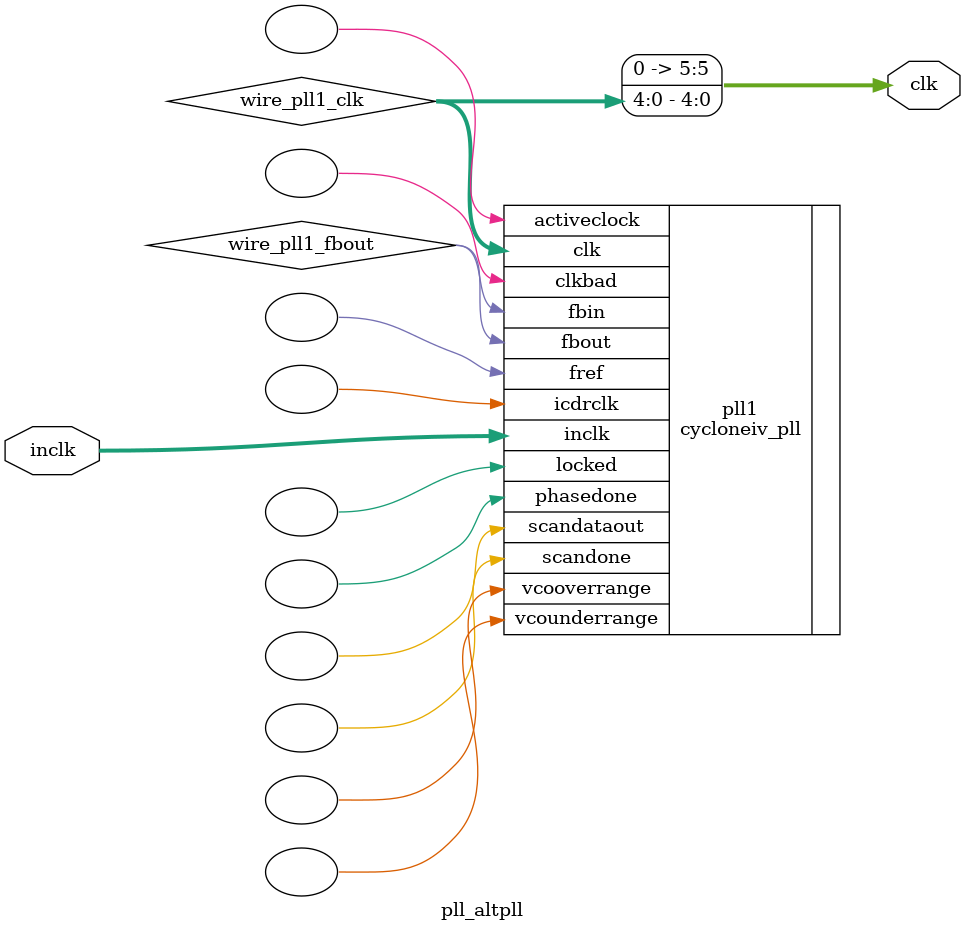
<source format=v>






//synthesis_resources = cycloneiv_pll 1 
//synopsys translate_off
`timescale 1 ps / 1 ps
//synopsys translate_on
module  pll_altpll
	( 
	clk,
	inclk) /* synthesis synthesis_clearbox=1 */;
	output   [5:0]  clk;
	input   [1:0]  inclk;
`ifndef ALTERA_RESERVED_QIS
// synopsys translate_off
`endif
	tri0   [1:0]  inclk;
`ifndef ALTERA_RESERVED_QIS
// synopsys translate_on
`endif

	wire  [4:0]   wire_pll1_clk;
	wire  wire_pll1_fbout;

	cycloneiv_pll   pll1
	( 
	.activeclock(),
	.clk(wire_pll1_clk),
	.clkbad(),
	.fbin(wire_pll1_fbout),
	.fbout(wire_pll1_fbout),
	.fref(),
	.icdrclk(),
	.inclk(inclk),
	.locked(),
	.phasedone(),
	.scandataout(),
	.scandone(),
	.vcooverrange(),
	.vcounderrange()
	`ifndef FORMAL_VERIFICATION
	// synopsys translate_off
	`endif
	,
	.areset(1'b0),
	.clkswitch(1'b0),
	.configupdate(1'b0),
	.pfdena(1'b1),
	.phasecounterselect({3{1'b0}}),
	.phasestep(1'b0),
	.phaseupdown(1'b0),
	.scanclk(1'b0),
	.scanclkena(1'b1),
	.scandata(1'b0)
	`ifndef FORMAL_VERIFICATION
	// synopsys translate_on
	`endif
	);
	defparam
		pll1.clk0_divide_by = 5,
		pll1.clk0_duty_cycle = 50,
		pll1.clk0_multiply_by = 2,
		pll1.clk0_phase_shift = "0",
		pll1.compensate_clock = "clk0",
		pll1.inclk0_input_frequency = 20000,
		pll1.operation_mode = "normal",
		pll1.lpm_type = "cycloneiv_pll";
	assign
		clk = {1'b0, wire_pll1_clk[4:0]};
endmodule //pll_altpll
//VALID FILE

</source>
